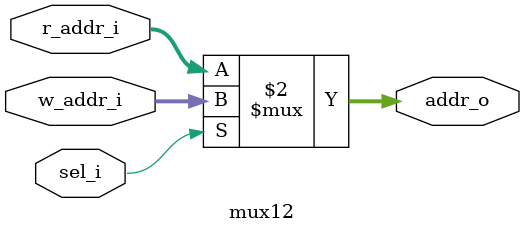
<source format=v>
module mux12(
    input sel_i,
    input [11:0] w_addr_i,
    input [11:0] r_addr_i,
    output [11:0] addr_o
);

    assign addr_o = (sel_i == 1'b1) ? w_addr_i : r_addr_i;

endmodule
</source>
